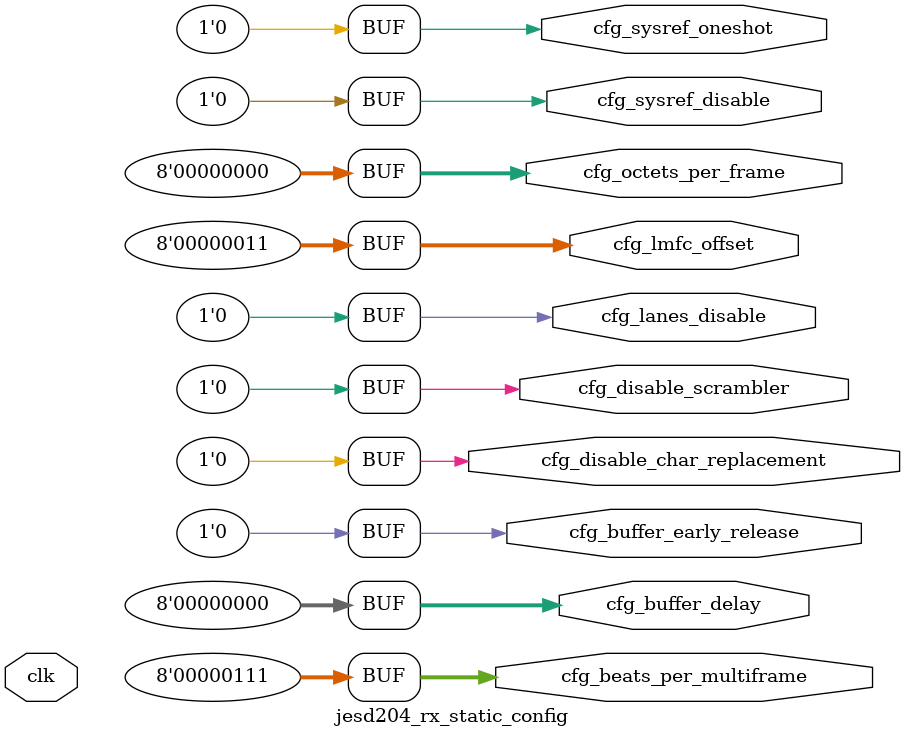
<source format=v>

module jesd204_rx_static_config #(
  parameter NUM_LANES = 1,
  parameter OCTETS_PER_FRAME = 1,
  parameter FRAMES_PER_MULTIFRAME = 32,
  parameter SCR = 1,
  parameter BUFFER_EARLY_RELEASE = 0
) (
  input clk,

  output [NUM_LANES-1:0] cfg_lanes_disable,
  output [7:0] cfg_beats_per_multiframe,
  output [7:0] cfg_octets_per_frame,
  output [7:0] cfg_lmfc_offset,
  output cfg_sysref_oneshot,
  output cfg_sysref_disable,

  output [7:0] cfg_buffer_delay,
  output cfg_buffer_early_release,
  output cfg_disable_scrambler,
  output cfg_disable_char_replacement
);

assign cfg_beats_per_multiframe = (FRAMES_PER_MULTIFRAME * OCTETS_PER_FRAME / 4) - 1;
assign cfg_octets_per_frame = OCTETS_PER_FRAME - 1;
assign cfg_lmfc_offset = 3;
assign cfg_sysref_oneshot = 1'b0;
assign cfg_sysref_disable = 1'b0;
assign cfg_buffer_delay = 'h0;
assign cfg_buffer_early_release = BUFFER_EARLY_RELEASE;
assign cfg_lanes_disable = {NUM_LANES{1'b0}};
assign cfg_disable_scrambler = SCR ? 1'b0 : 1'b1;
assign cfg_disable_char_replacement = cfg_disable_scrambler;

endmodule

</source>
